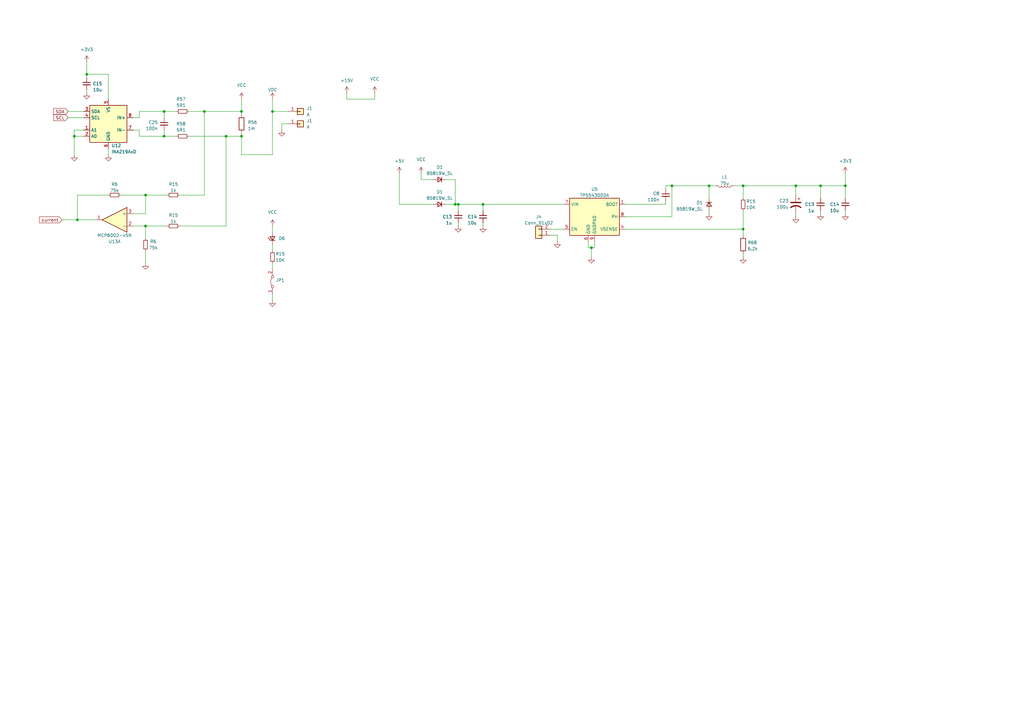
<source format=kicad_sch>
(kicad_sch (version 20230121) (generator eeschema)
  (paper "A3")
  (lib_symbols
    (symbol "Amplifier_Operational:MCP6002-xSN" (pin_names (offset 0.127))
      (property "Reference" "U" (at 0 5.08 0))
      (property "Value" "MCP6002-xSN" (at 0 -5.08 0))
      (symbol "MCP6002-xSN_1_1"
        (polyline (pts (xy -5.08 5.08) (xy 5.08 0) (xy -5.08 -5.08) (xy -5.08 5.08)) (stroke (width 0.254)) (fill (type background)))
        (pin output line (at 7.62 0 180) (length 2.54) (name "~") (number "1"))
        (pin input line (at -7.62 -2.54 0) (length 2.54) (name "-") (number "2"))
        (pin input line (at -7.62 2.54 0) (length 2.54) (name "+") (number "3"))
      )
      (symbol "MCP6002-xSN_2_1"
        (polyline (pts (xy -5.08 5.08) (xy 5.08 0) (xy -5.08 -5.08) (xy -5.08 5.08)) (stroke (width 0.254)) (fill (type background)))
        (pin input line (at -7.62 2.54 0) (length 2.54) (name "+") (number "5"))
        (pin input line (at -7.62 -2.54 0) (length 2.54) (name "-") (number "6"))
        (pin output line (at 7.62 0 180) (length 2.54) (name "~") (number "7"))
      )
      (symbol "MCP6002-xSN_3_1"
        (pin power_in line (at -2.54 -7.62 90) (length 3.81) (name "V-") (number "4"))
        (pin power_in line (at -2.54 7.62 270) (length 3.81) (name "V+") (number "8"))
      )
    )
    (symbol "Connector_Generic:Conn_01x01" (pin_names (offset 1.016) hide)
      (property "Reference" "J" (at 0 2.54 0))
      (property "Value" "Conn_01x01" (at 0 -2.54 0))
      (symbol "Conn_01x01_1_1"
        (rectangle (start -1.27 0.127) (end 0 -0.127) (stroke (width 0.1524)))
        (rectangle (start -1.27 1.27) (end 1.27 -1.27) (stroke (width 0.254)) (fill (type background)))
        (pin passive line (at -5.08 0 0) (length 3.81) (name "Pin_1") (number "1"))
      )
    )
    (symbol "Connector_Generic:Conn_01x02" (pin_names (offset 1.016) hide)
      (property "Reference" "J" (at 0 2.54 0))
      (property "Value" "Conn_01x02" (at 0 -5.08 0))
      (symbol "Conn_01x02_1_1"
        (rectangle (start -1.27 -2.413) (end 0 -2.667) (stroke (width 0.1524)))
        (rectangle (start -1.27 0.127) (end 0 -0.127) (stroke (width 0.1524)))
        (rectangle (start -1.27 1.27) (end 1.27 -3.81) (stroke (width 0.254)) (fill (type background)))
        (pin passive line (at -5.08 0 0) (length 3.81) (name "Pin_1") (number "1"))
        (pin passive line (at -5.08 -2.54 0) (length 3.81) (name "Pin_2") (number "2"))
      )
    )
    (symbol "Device:C_Polarized_US" (pin_numbers hide) (pin_names (offset 0.254) hide)
      (property "Reference" "C" (at 0.635 2.54 0))
      (property "Value" "C_Polarized_US" (at 0.635 -2.54 0))
      (symbol "C_Polarized_US_0_1"
        (polyline (pts (xy -2.032 0.762) (xy 2.032 0.762)) (stroke (width 0.508)))
        (polyline (pts (xy -1.778 2.286) (xy -0.762 2.286)))
        (polyline (pts (xy -1.27 1.778) (xy -1.27 2.794)))
        (arc (start 2.032 -1.27) (mid 0 -0.5572) (end -2.032 -1.27) (stroke (width 0.508)))
      )
      (symbol "C_Polarized_US_1_1"
        (pin passive line (at 0 3.81 270) (length 2.794) (name "~") (number "1"))
        (pin passive line (at 0 -3.81 90) (length 3.302) (name "~") (number "2"))
      )
    )
    (symbol "Device:C_Small" (pin_numbers hide) (pin_names (offset 0.254) hide)
      (property "Reference" "C" (at 0.254 1.778 0))
      (property "Value" "C_Small" (at 0.254 -2.032 0))
      (symbol "C_Small_0_1"
        (polyline (pts (xy -1.524 -0.508) (xy 1.524 -0.508)) (stroke (width 0.3302)))
        (polyline (pts (xy -1.524 0.508) (xy 1.524 0.508)) (stroke (width 0.3048)))
      )
      (symbol "C_Small_1_1"
        (pin passive line (at 0 2.54 270) (length 2.032) (name "~") (number "1"))
        (pin passive line (at 0 -2.54 90) (length 2.032) (name "~") (number "2"))
      )
    )
    (symbol "Device:D_Small" (pin_numbers hide) (pin_names (offset 0.254) hide)
      (property "Reference" "D" (at -1.27 2.032 0))
      (property "Value" "D_Small" (at -3.81 -2.032 0))
      (symbol "D_Small_0_1"
        (polyline (pts (xy -0.762 -1.016) (xy -0.762 1.016)) (stroke (width 0.254)))
        (polyline (pts (xy -0.762 0) (xy 0.762 0)))
        (polyline (pts (xy 0.762 -1.016) (xy -0.762 0) (xy 0.762 1.016) (xy 0.762 -1.016)) (stroke (width 0.254)))
      )
      (symbol "D_Small_1_1"
        (pin passive line (at -2.54 0 0) (length 1.778) (name "K") (number "1"))
        (pin passive line (at 2.54 0 180) (length 1.778) (name "A") (number "2"))
      )
    )
    (symbol "Device:L" (pin_numbers hide) (pin_names (offset 1.016) hide)
      (property "Reference" "L" (at -1.27 0 90))
      (property "Value" "L" (at 1.905 0 90))
      (symbol "L_0_1"
        (arc (start 0 -2.54) (mid 0.6323 -1.905) (end 0 -1.27))
        (arc (start 0 -1.27) (mid 0.6323 -0.635) (end 0 0))
        (arc (start 0 0) (mid 0.6323 0.635) (end 0 1.27))
        (arc (start 0 1.27) (mid 0.6323 1.905) (end 0 2.54))
      )
      (symbol "L_1_1"
        (pin passive line (at 0 3.81 270) (length 1.27) (name "1") (number "1"))
        (pin passive line (at 0 -3.81 90) (length 1.27) (name "2") (number "2"))
      )
    )
    (symbol "Device:LED_Small" (pin_numbers hide) (pin_names (offset 0.254) hide)
      (property "Reference" "D" (at -1.27 3.175 0))
      (property "Value" "LED_Small" (at -4.445 -2.54 0))
      (symbol "LED_Small_0_1"
        (polyline (pts (xy -0.762 -1.016) (xy -0.762 1.016)) (stroke (width 0.254)))
        (polyline (pts (xy 1.016 0) (xy -0.762 0)))
        (polyline (pts (xy 0.762 -1.016) (xy -0.762 0) (xy 0.762 1.016) (xy 0.762 -1.016)) (stroke (width 0.254)))
        (polyline (pts (xy 0 0.762) (xy -0.508 1.27) (xy -0.254 1.27) (xy -0.508 1.27) (xy -0.508 1.016)))
        (polyline (pts (xy 0.508 1.27) (xy 0 1.778) (xy 0.254 1.778) (xy 0 1.778) (xy 0 1.524)))
      )
      (symbol "LED_Small_1_1"
        (pin passive line (at -2.54 0 0) (length 1.778) (name "K") (number "1"))
        (pin passive line (at 2.54 0 180) (length 1.778) (name "A") (number "2"))
      )
    )
    (symbol "Device:R" (pin_numbers hide) (pin_names (offset 0))
      (property "Reference" "R" (at 2.032 0 90))
      (property "Value" "R" (at 0 0 90))
      (symbol "R_0_1"
        (rectangle (start -1.016 -2.54) (end 1.016 2.54) (stroke (width 0.254)))
      )
      (symbol "R_1_1"
        (pin passive line (at 0 3.81 270) (length 1.27) (name "~") (number "1"))
        (pin passive line (at 0 -3.81 90) (length 1.27) (name "~") (number "2"))
      )
    )
    (symbol "Device:R_Small" (pin_numbers hide) (pin_names (offset 0.254) hide)
      (property "Reference" "R" (at 0.762 0.508 0))
      (property "Value" "R_Small" (at 0.762 -1.016 0))
      (symbol "R_Small_0_1"
        (rectangle (start -0.762 1.778) (end 0.762 -1.778) (stroke (width 0.2032)))
      )
      (symbol "R_Small_1_1"
        (pin passive line (at 0 2.54 270) (length 0.762) (name "~") (number "1"))
        (pin passive line (at 0 -2.54 90) (length 0.762) (name "~") (number "2"))
      )
    )
    (symbol "Jumper:Jumper_2_Bridged" (pin_names (offset 0) hide)
      (property "Reference" "JP" (at 0 1.905 0))
      (property "Value" "Jumper_2_Bridged" (at 0 -2.54 0))
      (symbol "Jumper_2_Bridged_0_0"
        (circle (center -2.032 0) (radius 0.508))
        (circle (center 2.032 0) (radius 0.508))
      )
      (symbol "Jumper_2_Bridged_0_1"
        (arc (start 1.524 0.254) (mid 0 0.762) (end -1.524 0.254))
      )
      (symbol "Jumper_2_Bridged_1_1"
        (pin passive line (at -5.08 0 0) (length 2.54) (name "A") (number "1"))
        (pin passive line (at 5.08 0 180) (length 2.54) (name "B") (number "2"))
      )
    )
    (symbol "Regulator_Switching:TPS5430DDA"
      (property "Reference" "U" (at -10.16 8.89 0))
      (property "Value" "TPS5430DDA" (at -1.27 8.89 0))
      (symbol "TPS5430DDA_0_1"
        (rectangle (start -10.16 7.62) (end 10.16 -7.62) (stroke (width 0.254)) (fill (type background)))
      )
      (symbol "TPS5430DDA_1_1"
        (pin input line (at 12.7 5.08 180) (length 2.54) (name "BOOT") (number "1"))
        (pin no_connect line (at -10.16 2.54 0) (length 2.54) hide (name "NC") (number "2"))
        (pin no_connect line (at -10.16 -2.54 0) (length 2.54) hide (name "NC") (number "3"))
        (pin input line (at 12.7 -5.08 180) (length 2.54) (name "VSENSE") (number "4"))
        (pin input line (at -12.7 -5.08 0) (length 2.54) (name "EN") (number "5"))
        (pin power_in line (at -2.54 -10.16 90) (length 2.54) (name "GND") (number "6"))
        (pin power_in line (at -12.7 5.08 0) (length 2.54) (name "VIN") (number "7"))
        (pin output line (at 12.7 0 180) (length 2.54) (name "PH") (number "8"))
        (pin power_in line (at 0 -10.16 90) (length 2.54) (name "GNDPAD") (number "9"))
      )
    )
    (symbol "Sensor_Energy:INA219AxD"
      (property "Reference" "U" (at -6.35 8.89 0))
      (property "Value" "INA219AxD" (at 5.08 8.89 0))
      (symbol "INA219AxD_0_1"
        (rectangle (start -7.62 7.62) (end 7.62 -7.62) (stroke (width 0.254)) (fill (type background)))
      )
      (symbol "INA219AxD_1_1"
        (pin input line (at 10.16 -2.54 180) (length 2.54) (name "A1") (number "1"))
        (pin input line (at 10.16 -5.08 180) (length 2.54) (name "A0") (number "2"))
        (pin bidirectional line (at 10.16 5.08 180) (length 2.54) (name "SDA") (number "3"))
        (pin input line (at 10.16 2.54 180) (length 2.54) (name "SCL") (number "4"))
        (pin power_in line (at 0 10.16 270) (length 2.54) (name "VS") (number "5"))
        (pin power_in line (at 0 -10.16 90) (length 2.54) (name "GND") (number "6"))
        (pin input line (at -10.16 -2.54 0) (length 2.54) (name "IN-") (number "7"))
        (pin input line (at -10.16 2.54 0) (length 2.54) (name "IN+") (number "8"))
      )
    )
    (symbol "power:+15V" (power) (pin_names (offset 0))
      (property "Value" "+15V" (at 0 3.556 0))
      (symbol "+15V_0_1"
        (polyline (pts (xy -0.762 1.27) (xy 0 2.54)))
        (polyline (pts (xy 0 0) (xy 0 2.54)))
        (polyline (pts (xy 0 2.54) (xy 0.762 1.27)))
      )
      (symbol "+15V_1_1"
        (pin power_in line (at 0 0 90) (length 0) hide (name "+15V") (number "1"))
      )
    )
    (symbol "power:+3V3" (power) (pin_names (offset 0))
      (property "Value" "+3V3" (at 0 3.556 0))
      (symbol "+3V3_0_1"
        (polyline (pts (xy -0.762 1.27) (xy 0 2.54)))
        (polyline (pts (xy 0 0) (xy 0 2.54)))
        (polyline (pts (xy 0 2.54) (xy 0.762 1.27)))
      )
      (symbol "+3V3_1_1"
        (pin power_in line (at 0 0 90) (length 0) hide (name "+3V3") (number "1"))
      )
    )
    (symbol "power:+5V" (power) (pin_names (offset 0))
      (property "Value" "+5V" (at 0 3.556 0))
      (symbol "+5V_0_1"
        (polyline (pts (xy -0.762 1.27) (xy 0 2.54)))
        (polyline (pts (xy 0 0) (xy 0 2.54)))
        (polyline (pts (xy 0 2.54) (xy 0.762 1.27)))
      )
      (symbol "+5V_1_1"
        (pin power_in line (at 0 0 90) (length 0) hide (name "+5V") (number "1"))
      )
    )
    (symbol "power:GND" (power) (pin_names (offset 0))
      (property "Value" "GND" (at 0 -3.81 0))
      (symbol "GND_0_1"
        (polyline (pts (xy 0 0) (xy 0 -1.27) (xy 1.27 -1.27) (xy 0 -2.54) (xy -1.27 -1.27) (xy 0 -1.27)))
      )
      (symbol "GND_1_1"
        (pin power_in line (at 0 0 270) (length 0) hide (name "GND") (number "1"))
      )
    )
    (symbol "power:VCC" (power) (pin_names (offset 0))
      (property "Value" "VCC" (at 0 3.81 0))
      (symbol "VCC_0_1"
        (polyline (pts (xy -0.762 1.27) (xy 0 2.54)))
        (polyline (pts (xy 0 0) (xy 0 2.54)))
        (polyline (pts (xy 0 2.54) (xy 0.762 1.27)))
      )
      (symbol "VCC_1_1"
        (pin power_in line (at 0 0 90) (length 0) hide (name "VCC") (number "1"))
      )
    )
    (symbol "power:VDC" (power) (pin_names (offset 0))
      (property "Value" "VDC" (at 0 6.35 0))
      (symbol "VDC_0_1"
        (polyline (pts (xy -0.762 1.27) (xy 0 2.54)))
        (polyline (pts (xy 0 0) (xy 0 2.54)))
        (polyline (pts (xy 0 2.54) (xy 0.762 1.27)))
      )
      (symbol "VDC_1_1"
        (pin power_in line (at 0 0 90) (length 0) hide (name "VDC") (number "1"))
      )
    )
  )
  (junction (at 59.69 92.71))
  (junction (at 187.96 83.82))
  (junction (at 326.39 76.2))
  (junction (at 242.57 101.6))
  (junction (at 99.06 45.72))
  (junction (at 99.06 55.88))
  (junction (at 83.82 45.72))
  (junction (at 198.12 83.82))
  (junction (at 30.48 55.88))
  (junction (at 275.59 76.2))
  (junction (at 290.83 76.2))
  (junction (at 92.71 55.88))
  (junction (at 67.31 55.88))
  (junction (at 304.8 76.2))
  (junction (at 186.69 83.82))
  (junction (at 31.75 90.17))
  (junction (at 35.56 30.48))
  (junction (at 304.8 93.98))
  (junction (at 346.71 76.2))
  (junction (at 59.69 80.01))
  (junction (at 67.31 45.72))
  (junction (at 111.76 45.72))
  (junction (at 336.55 76.2))
  (wire (pts (xy 273.05 76.2) (xy 275.59 76.2)))
  (wire (pts (xy 57.15 53.34) (xy 57.15 55.88)))
  (wire (pts (xy 226.06 93.98) (xy 231.14 93.98)))
  (wire (pts (xy 290.83 86.36) (xy 290.83 87.63)))
  (wire (pts (xy 198.12 83.82) (xy 231.14 83.82)))
  (wire (pts (xy 198.12 91.44) (xy 198.12 92.71)))
  (wire (pts (xy 346.71 76.2) (xy 346.71 81.28)))
  (wire (pts (xy 172.72 71.12) (xy 172.72 73.66)))
  (wire (pts (xy 73.66 80.01) (xy 83.82 80.01)))
  (wire (pts (xy 44.45 30.48) (xy 35.56 30.48)))
  (wire (pts (xy 30.48 53.34) (xy 30.48 55.88)))
  (wire (pts (xy 67.31 55.88) (xy 72.39 55.88)))
  (wire (pts (xy 187.96 83.82) (xy 198.12 83.82)))
  (wire (pts (xy 111.76 120.65) (xy 111.76 123.19)))
  (wire (pts (xy 30.48 55.88) (xy 34.29 55.88)))
  (wire (pts (xy 111.76 45.72) (xy 118.11 45.72)))
  (wire (pts (xy 77.47 45.72) (xy 83.82 45.72)))
  (wire (pts (xy 44.45 60.96) (xy 44.45 63.5)))
  (wire (pts (xy 54.61 53.34) (xy 57.15 53.34)))
  (wire (pts (xy 304.8 76.2) (xy 326.39 76.2)))
  (wire (pts (xy 35.56 30.48) (xy 35.56 31.75)))
  (wire (pts (xy 111.76 45.72) (xy 111.76 40.64)))
  (wire (pts (xy 111.76 63.5) (xy 111.76 45.72)))
  (wire (pts (xy 67.31 53.34) (xy 67.31 55.88)))
  (wire (pts (xy 111.76 92.71) (xy 111.76 95.25)))
  (wire (pts (xy 326.39 80.01) (xy 326.39 76.2)))
  (wire (pts (xy 228.6 96.52) (xy 226.06 96.52)))
  (wire (pts (xy 163.83 83.82) (xy 177.8 83.82)))
  (wire (pts (xy 92.71 55.88) (xy 99.06 55.88)))
  (wire (pts (xy 57.15 48.26) (xy 57.15 45.72)))
  (wire (pts (xy 182.88 83.82) (xy 186.69 83.82)))
  (wire (pts (xy 275.59 76.2) (xy 275.59 88.9)))
  (wire (pts (xy 77.47 55.88) (xy 92.71 55.88)))
  (wire (pts (xy 67.31 45.72) (xy 67.31 48.26)))
  (wire (pts (xy 59.69 80.01) (xy 59.69 87.63)))
  (wire (pts (xy 304.8 76.2) (xy 304.8 81.28)))
  (wire (pts (xy 273.05 76.2) (xy 273.05 77.47)))
  (wire (pts (xy 35.56 25.4) (xy 35.56 30.48)))
  (wire (pts (xy 57.15 45.72) (xy 67.31 45.72)))
  (wire (pts (xy 304.8 93.98) (xy 304.8 96.52)))
  (wire (pts (xy 83.82 45.72) (xy 83.82 80.01)))
  (wire (pts (xy 92.71 92.71) (xy 92.71 55.88)))
  (wire (pts (xy 273.05 83.82) (xy 256.54 83.82)))
  (wire (pts (xy 153.67 38.1) (xy 153.67 40.64)))
  (wire (pts (xy 326.39 87.63) (xy 326.39 88.9)))
  (wire (pts (xy 346.71 86.36) (xy 346.71 87.63)))
  (wire (pts (xy 336.55 76.2) (xy 346.71 76.2)))
  (wire (pts (xy 300.99 76.2) (xy 304.8 76.2)))
  (wire (pts (xy 241.3 101.6) (xy 242.57 101.6)))
  (wire (pts (xy 111.76 100.33) (xy 111.76 102.87)))
  (wire (pts (xy 336.55 76.2) (xy 336.55 81.28)))
  (wire (pts (xy 59.69 92.71) (xy 59.69 97.79)))
  (wire (pts (xy 30.48 53.34) (xy 34.29 53.34)))
  (wire (pts (xy 111.76 107.95) (xy 111.76 110.49)))
  (wire (pts (xy 242.57 101.6) (xy 242.57 105.41)))
  (wire (pts (xy 99.06 63.5) (xy 111.76 63.5)))
  (wire (pts (xy 31.75 90.17) (xy 25.4 90.17)))
  (wire (pts (xy 182.88 73.66) (xy 186.69 73.66)))
  (wire (pts (xy 54.61 48.26) (xy 57.15 48.26)))
  (wire (pts (xy 30.48 55.88) (xy 30.48 63.5)))
  (wire (pts (xy 228.6 96.52) (xy 228.6 99.06)))
  (wire (pts (xy 186.69 83.82) (xy 187.96 83.82)))
  (wire (pts (xy 54.61 87.63) (xy 59.69 87.63)))
  (wire (pts (xy 115.57 50.8) (xy 118.11 50.8)))
  (wire (pts (xy 187.96 91.44) (xy 187.96 92.71)))
  (wire (pts (xy 172.72 73.66) (xy 177.8 73.66)))
  (wire (pts (xy 256.54 88.9) (xy 275.59 88.9)))
  (wire (pts (xy 99.06 40.64) (xy 99.06 45.72)))
  (wire (pts (xy 39.37 90.17) (xy 31.75 90.17)))
  (wire (pts (xy 57.15 55.88) (xy 67.31 55.88)))
  (wire (pts (xy 115.57 50.8) (xy 115.57 53.34)))
  (wire (pts (xy 67.31 45.72) (xy 72.39 45.72)))
  (wire (pts (xy 275.59 76.2) (xy 290.83 76.2)))
  (wire (pts (xy 304.8 86.36) (xy 304.8 93.98)))
  (wire (pts (xy 31.75 90.17) (xy 31.75 80.01)))
  (wire (pts (xy 326.39 76.2) (xy 336.55 76.2)))
  (wire (pts (xy 99.06 45.72) (xy 99.06 46.99)))
  (wire (pts (xy 290.83 81.28) (xy 290.83 76.2)))
  (wire (pts (xy 198.12 83.82) (xy 198.12 86.36)))
  (wire (pts (xy 142.24 38.1) (xy 142.24 40.64)))
  (wire (pts (xy 336.55 86.36) (xy 336.55 87.63)))
  (wire (pts (xy 99.06 54.61) (xy 99.06 55.88)))
  (wire (pts (xy 163.83 71.12) (xy 163.83 83.82)))
  (wire (pts (xy 99.06 55.88) (xy 99.06 63.5)))
  (wire (pts (xy 187.96 83.82) (xy 187.96 86.36)))
  (wire (pts (xy 243.84 101.6) (xy 242.57 101.6)))
  (wire (pts (xy 73.66 92.71) (xy 92.71 92.71)))
  (wire (pts (xy 83.82 45.72) (xy 99.06 45.72)))
  (wire (pts (xy 44.45 30.48) (xy 44.45 40.64)))
  (wire (pts (xy 304.8 104.14) (xy 304.8 105.41)))
  (wire (pts (xy 256.54 93.98) (xy 304.8 93.98)))
  (wire (pts (xy 241.3 99.06) (xy 241.3 101.6)))
  (wire (pts (xy 243.84 99.06) (xy 243.84 101.6)))
  (wire (pts (xy 59.69 92.71) (xy 68.58 92.71)))
  (wire (pts (xy 59.69 102.87) (xy 59.69 107.95)))
  (wire (pts (xy 27.94 48.26) (xy 34.29 48.26)))
  (wire (pts (xy 35.56 36.83) (xy 35.56 38.1)))
  (wire (pts (xy 27.94 45.72) (xy 34.29 45.72)))
  (wire (pts (xy 346.71 71.12) (xy 346.71 76.2)))
  (wire (pts (xy 186.69 73.66) (xy 186.69 83.82)))
  (wire (pts (xy 59.69 80.01) (xy 68.58 80.01)))
  (wire (pts (xy 31.75 80.01) (xy 44.45 80.01)))
  (wire (pts (xy 49.53 80.01) (xy 59.69 80.01)))
  (wire (pts (xy 54.61 92.71) (xy 59.69 92.71)))
  (wire (pts (xy 290.83 76.2) (xy 293.37 76.2)))
  (wire (pts (xy 273.05 82.55) (xy 273.05 83.82)))
  (wire (pts (xy 142.24 40.64) (xy 153.67 40.64)))
  (global_label "current" (shape input) (at 25.4 90.17 180) (property "Intersheetrefs" "${INTERSHEET_REFS}" (effects hide)))
  (global_label "SCL" (shape input) (at 27.94 48.26 180) (property "Intersheetrefs" "${INTERSHEET_REFS}" (effects hide)))
  (global_label "SDA" (shape input) (at 27.94 45.72 180) (property "Intersheetrefs" "${INTERSHEET_REFS}" (effects hide)))
  (symbol (lib_id "power:VCC") (at 99.06 40.64 0) (unit 1)
    (property "Reference" "#PWR01" (effects hide))
    (property "Value" "VCC" (at 99.06 34.925 0))
    (instances (project "ESP32_dual_ESC" (path "" (reference "#PWR01") (unit 1)) (path "" (reference "#PWR071") (unit 1)) (path "" (reference "#PWR089") (unit 1))) (project "RP2040_ESP32_dual_ESC" (path "" (reference "#PWR0113") (unit 1)) (path "" (reference "#PWR0105") (unit 1))))
  )
  (symbol (lib_id "Device:C_Small") (at 336.55 83.82 180) (unit 1)
    (property "Reference" "C13" (at 334.01 83.82 0) (effects (justify left)))
    (property "Value" "1u" (at 334.01 86.36 0) (effects (justify left)))
    (property "Footprint" "Capacitor_SMD:C_0402_1005Metric" (effects hide))
    (property "LCSC" "C52923" (effects hide))
    (instances (project "Ethernet_switch_4out" (path "" (reference "C13") (unit 1))) (project "cross_band_handy_walkie_talkie_ES8388" (path "" (reference "C5") (unit 1))) (project "ESP32_dual_ESC" (path "" (reference "C9") (unit 1)) (path "" (reference "C27") (unit 1))))
  )
  (symbol (lib_id "Device:C_Small") (at 198.12 88.9 0) (unit 1)
    (property "Reference" "C14" (at 191.77 88.9 0) (effects (justify left)))
    (property "Value" "10u" (at 191.77 91.44 0) (effects (justify left)))
    (property "Footprint" "Capacitor_SMD:C_0603_1608Metric" (effects hide))
    (property "LCSC" "C96446" (effects hide))
    (instances (project "Ethernet_switch_4out" (path "" (reference "C14") (unit 1))) (project "cross_band_handy_walkie_talkie_ES8388" (path "" (reference "C4") (unit 1))) (project "ESP32_dual_ESC" (path "" (reference "C10") (unit 1)) (path "" (reference "C26") (unit 1))))
  )
  (symbol (lib_id "power:GND") (at 326.39 88.9 0) (mirror y) (unit 1)
    (property "Reference" "#PWR04" (effects hide))
    (property "Value" "GND" (effects hide))
    (instances (project "ESP32_dual_ESC" (path "" (reference "#PWR04") (unit 1)) (path "" (reference "#PWR074") (unit 1)) (path "" (reference "#PWR021") (unit 1))) (project "RP2040_ESP32_dual_ESC" (path "" (reference "#PWR0112") (unit 1)) (path "" (reference "#PWR0104") (unit 1))))
  )
  (symbol (lib_id "Device:R_Small") (at 74.93 45.72 270) (unit 1)
    (property "Reference" "R57" (at 76.2 40.64 90) (effects (justify right)))
    (property "Value" "5R1" (at 76.2 43.18 90) (effects (justify right)))
    (property "Footprint" "Resistor_SMD:R_0603_1608Metric" (effects hide))
    (property "LCSC" "C25197" (effects hide))
    (instances (project "ESP32_dual_ESC" (path "" (reference "R57") (unit 1))) (project "BMS_project" (path "" (reference "R1") (unit 1)) (path "" (reference "R19") (unit 1)) (path "" (reference "R31") (unit 1)) (path "" (reference "R38") (unit 1)) (path "" (reference "R45") (unit 1))))
  )
  (symbol (lib_id "Device:D_Small") (at 180.34 73.66 180) (unit 1)
    (property "Reference" "D1" (at 180.34 68.58 0))
    (property "Value" "B5819W_SL" (at 180.34 71.12 0))
    (property "Footprint" "Diode_SMD:D_SOD-123" (effects hide))
    (property "LCSC" "C8598" (effects hide))
    (instances (project "ESP32_dual_ESC" (path "" (reference "D1") (unit 1)) (path "" (reference "D11") (unit 1)) (path "" (reference "D24") (unit 1))) (project "RP2040_ESP32_dual_ESC" (path "" (reference "D6") (unit 1)) (path "" (reference "D1") (unit 1))))
  )
  (symbol (lib_id "power:VCC") (at 111.76 92.71 0) (unit 1)
    (property "Reference" "#PWR01" (effects hide))
    (property "Value" "VCC" (at 111.76 86.995 0))
    (instances (project "ESP32_dual_ESC" (path "" (reference "#PWR01") (unit 1)) (path "" (reference "#PWR071") (unit 1)) (path "" (reference "#PWR0105") (unit 1))) (project "RP2040_ESP32_dual_ESC" (path "" (reference "#PWR0113") (unit 1)) (path "" (reference "#PWR0105") (unit 1))))
  )
  (symbol (lib_id "power:+3V3") (at 346.71 71.12 0) (mirror y) (unit 1)
    (property "Reference" "#PWR02" (effects hide))
    (property "Value" "+3V3" (at 346.71 66.04 0))
    (instances (project "Ethernet_switch_4out" (path "" (reference "#PWR02") (unit 1))) (project "cross_band_handy_walkie_talkie_ES8388" (path "" (reference "#PWR014") (unit 1))) (project "ESP32_dual_ESC" (path "" (reference "#PWR022") (unit 1)) (path "" (reference "#PWR050") (unit 1))))
  )
  (symbol (lib_id "Device:R") (at 99.06 50.8 0) (unit 1)
    (property "Reference" "R56" (at 101.6 50.165 0) (effects (justify left)))
    (property "Value" "1m" (at 101.6 52.705 0) (effects (justify left)))
    (property "Footprint" "Resistor_SMD:R_2512_6332Metric" (effects hide))
  )
  (symbol (lib_id "Connector_Generic:Conn_01x02") (at 220.98 96.52 180) (unit 1)
    (property "Reference" "J4" (at 220.98 88.9 0))
    (property "Value" "Conn_01x02" (at 220.98 91.44 0))
    (property "Footprint" "Connector_PinHeader_2.54mm:PinHeader_1x02_P2.54mm_Vertical" (effects hide))
  )
  (symbol (lib_id "power:GND") (at 290.83 87.63 0) (mirror y) (unit 1)
    (property "Reference" "#PWR04" (effects hide))
    (property "Value" "GND" (effects hide))
    (instances (project "ESP32_dual_ESC" (path "" (reference "#PWR04") (unit 1)) (path "" (reference "#PWR074") (unit 1)) (path "" (reference "#PWR020") (unit 1))) (project "RP2040_ESP32_dual_ESC" (path "" (reference "#PWR0112") (unit 1)) (path "" (reference "#PWR0104") (unit 1))))
  )
  (symbol (lib_id "power:+15V") (at 142.24 38.1 0) (unit 1)
    (property "Reference" "#PWR02" (effects hide))
    (property "Value" "+15V" (at 142.24 33.02 0))
    (instances (project "ESP32_dual_ESC" (path "" (reference "#PWR02") (unit 1)) (path "" (reference "#PWR0102") (unit 1))) (project "RP2040_ESP32_dual_ESC" (path "" (reference "#PWR044") (unit 1)) (path "" (reference "#PWR02") (unit 1))))
  )
  (symbol (lib_id "power:GND") (at 35.56 38.1 0) (mirror y) (unit 1)
    (property "Reference" "#PWR018" (effects hide))
    (property "Value" "GND" (effects hide))
    (instances (project "Ethernet_switch_4out" (path "" (reference "#PWR018") (unit 1))) (project "cross_band_handy_walkie_talkie_ES8388" (path "" (reference "#PWR016") (unit 1))) (project "ESP32_dual_ESC" (path "" (reference "#PWR026") (unit 1)) (path "" (reference "#PWR088") (unit 1))))
  )
  (symbol (lib_id "Device:C_Small") (at 35.56 34.29 0) (mirror y) (unit 1)
    (property "Reference" "C15" (at 41.91 34.29 0) (effects (justify left)))
    (property "Value" "10u" (at 41.91 36.83 0) (effects (justify left)))
    (property "Footprint" "Capacitor_SMD:C_0603_1608Metric" (effects hide))
    (property "LCSC" "C96446" (effects hide))
    (instances (project "Ethernet_switch_4out" (path "" (reference "C15") (unit 1))) (project "cross_band_handy_walkie_talkie_ES8388" (path "" (reference "C3") (unit 1))) (project "ESP32_dual_ESC" (path "" (reference "C11") (unit 1)) (path "" (reference "C18") (unit 1))))
  )
  (symbol (lib_id "power:VCC") (at 153.67 38.1 0) (unit 1)
    (property "Reference" "#PWR01" (effects hide))
    (property "Value" "VCC" (at 153.67 32.385 0))
    (instances (project "ESP32_dual_ESC" (path "" (reference "#PWR01") (unit 1)) (path "" (reference "#PWR071") (unit 1)) (path "" (reference "#PWR0103") (unit 1))) (project "RP2040_ESP32_dual_ESC" (path "" (reference "#PWR0113") (unit 1)) (path "" (reference "#PWR0105") (unit 1))))
  )
  (symbol (lib_id "power:GND") (at 346.71 87.63 0) (unit 1)
    (property "Reference" "#PWR017" (effects hide))
    (property "Value" "GND" (effects hide))
    (instances (project "Ethernet_switch_4out" (path "" (reference "#PWR017") (unit 1))) (project "cross_band_handy_walkie_talkie_ES8388" (path "" (reference "#PWR017") (unit 1))) (project "ESP32_dual_ESC" (path "" (reference "#PWR025") (unit 1)) (path "" (reference "#PWR049") (unit 1))))
  )
  (symbol (lib_id "Device:R_Small") (at 71.12 80.01 270) (mirror x) (unit 1)
    (property "Reference" "R15" (at 71.12 75.565 90))
    (property "Value" "1k" (at 71.12 78.105 90))
    (property "Footprint" "Resistor_SMD:R_0402_1005Metric" (effects hide))
    (property "LCSC" "C11702" (effects hide))
    (instances (project "ESP32_dual_ESC" (path "" (reference "R15") (unit 1)) (path "" (reference "R26") (unit 1)) (path "" (reference "R64") (unit 1))) (project "RP2040_ESP32_dual_ESC" (path "" (reference "R41") (unit 1)) (path "" (reference "R16") (unit 1))))
  )
  (symbol (lib_id "Device:C_Small") (at 187.96 88.9 180) (unit 1)
    (property "Reference" "C13" (at 185.42 88.9 0) (effects (justify left)))
    (property "Value" "1u" (at 185.42 91.44 0) (effects (justify left)))
    (property "Footprint" "Capacitor_SMD:C_0402_1005Metric" (effects hide))
    (property "LCSC" "C52923" (effects hide))
    (instances (project "Ethernet_switch_4out" (path "" (reference "C13") (unit 1))) (project "cross_band_handy_walkie_talkie_ES8388" (path "" (reference "C5") (unit 1))) (project "ESP32_dual_ESC" (path "" (reference "C9") (unit 1)) (path "" (reference "C24") (unit 1))))
  )
  (symbol (lib_id "power:GND") (at 44.45 63.5 0) (unit 1)
    (property "Reference" "#PWR06" (effects hide))
    (property "Value" "GND" (effects hide))
    (instances (project "ESP32_dual_ESC" (path "" (reference "#PWR06") (unit 1)) (path "" (reference "#PWR083") (unit 1)) (path "" (reference "#PWR083") (unit 1))) (project "RP2040_ESP32_dual_ESC" (path "" (reference "#PWR0109") (unit 1)) (path "" (reference "#PWR0101") (unit 1))))
  )
  (symbol (lib_id "power:GND") (at 111.76 123.19 0) (unit 1)
    (property "Reference" "#PWR080" (effects hide))
    (property "Value" "GND" (effects hide))
    (instances (project "Ethernet_switch_4out" (path "" (reference "#PWR080") (unit 1))) (project "cross_band_handy_walkie_talkie_ES8388" (path "" (reference "#PWR09") (unit 1))) (project "ESP32_dual_ESC" (path "" (reference "#PWR039") (unit 1)) (path "" (reference "#PWR0104") (unit 1))))
  )
  (symbol (lib_id "Device:R_Small") (at 71.12 92.71 270) (mirror x) (unit 1)
    (property "Reference" "R15" (at 71.12 88.265 90))
    (property "Value" "1k" (at 71.12 90.805 90))
    (property "Footprint" "Resistor_SMD:R_0402_1005Metric" (effects hide))
    (property "LCSC" "C11702" (effects hide))
    (instances (project "ESP32_dual_ESC" (path "" (reference "R15") (unit 1)) (path "" (reference "R26") (unit 1)) (path "" (reference "R66") (unit 1))) (project "RP2040_ESP32_dual_ESC" (path "" (reference "R41") (unit 1)) (path "" (reference "R16") (unit 1))))
  )
  (symbol (lib_id "Device:C_Small") (at 67.31 50.8 0) (mirror y) (unit 1)
    (property "Reference" "C25" (at 64.77 50.1713 0) (effects (justify left)))
    (property "Value" "100n" (at 64.77 52.7113 0) (effects (justify left)))
    (property "Footprint" "Capacitor_SMD:C_0603_1608Metric" (effects hide))
    (property "LCSC" "C14663" (effects hide))
    (instances (project "ESP32_dual_ESC" (path "" (reference "C25") (unit 1))) (project "BMS_project" (path "" (reference "C16") (unit 1)) (path "" (reference "C28") (unit 1)) (path "" (reference "C36") (unit 1)) (path "" (reference "C44") (unit 1))))
  )
  (symbol (lib_id "power:GND") (at 198.12 92.71 0) (unit 1)
    (property "Reference" "#PWR017" (effects hide))
    (property "Value" "GND" (effects hide))
    (instances (project "Ethernet_switch_4out" (path "" (reference "#PWR017") (unit 1))) (project "cross_band_handy_walkie_talkie_ES8388" (path "" (reference "#PWR017") (unit 1))) (project "ESP32_dual_ESC" (path "" (reference "#PWR025") (unit 1)) (path "" (reference "#PWR044") (unit 1))))
  )
  (symbol (lib_id "power:+5V") (at 163.83 71.12 0) (unit 1)
    (property "Reference" "#PWR048" (effects hide))
    (property "Value" "+5V" (at 163.83 66.04 0))
    (instances (project "Ethernet_switch_4out" (path "" (reference "#PWR048") (unit 1))) (project "cross_band_handy_walkie_talkie_ES8388" (path "" (reference "#PWR034") (unit 1))) (project "ESP32_dual_ESC" (path "" (reference "#PWR030") (unit 1)) (path "" (reference "#PWR043") (unit 1))))
  )
  (symbol (lib_id "power:+3V3") (at 35.56 25.4 0) (unit 1)
    (property "Reference" "#PWR02" (effects hide))
    (property "Value" "+3V3" (at 35.56 20.32 0))
    (instances (project "Ethernet_switch_4out" (path "" (reference "#PWR02") (unit 1))) (project "cross_band_handy_walkie_talkie_ES8388" (path "" (reference "#PWR014") (unit 1))) (project "ESP32_dual_ESC" (path "" (reference "#PWR022") (unit 1)) (path "" (reference "#PWR085") (unit 1))))
  )
  (symbol (lib_id "Device:R_Small") (at 74.93 55.88 270) (unit 1)
    (property "Reference" "R58" (at 76.2 50.8 90) (effects (justify right)))
    (property "Value" "5R1" (at 76.2 53.34 90) (effects (justify right)))
    (property "Footprint" "Resistor_SMD:R_0603_1608Metric" (effects hide))
    (property "LCSC" "C25197" (effects hide))
    (instances (project "ESP32_dual_ESC" (path "" (reference "R58") (unit 1))) (project "BMS_project" (path "" (reference "R1") (unit 1)) (path "" (reference "R21") (unit 1)) (path "" (reference "R33") (unit 1)) (path "" (reference "R40") (unit 1)) (path "" (reference "R47") (unit 1))))
  )
  (symbol (lib_id "Amplifier_Operational:MCP6002-xSN") (at 46.99 90.17 0) (mirror y) (unit 1)
    (property "Reference" "U13" (at 46.99 99.06 0))
    (property "Value" "MCP6002-xSN" (at 46.99 96.52 0))
    (property "Footprint" "Package_SO:SOIC-8_3.9x4.9mm_P1.27mm" (effects hide))
    (property "Datasheet" "http://ww1.microchip.com/downloads/en/DeviceDoc/21733j.pdf" (effects hide))
    (property "LCSC" "C7377" (effects hide))
  )
  (symbol (lib_id "power:GND") (at 59.69 107.95 0) (mirror y) (unit 1)
    (property "Reference" "#PWR04" (effects hide))
    (property "Value" "GND" (effects hide))
    (instances (project "ESP32_dual_ESC" (path "" (reference "#PWR04") (unit 1)) (path "" (reference "#PWR074") (unit 1)) (path "" (reference "#PWR0101") (unit 1))) (project "RP2040_ESP32_dual_ESC" (path "" (reference "#PWR0112") (unit 1)) (path "" (reference "#PWR0104") (unit 1))))
  )
  (symbol (lib_id "power:GND") (at 187.96 92.71 0) (unit 1)
    (property "Reference" "#PWR016" (effects hide))
    (property "Value" "GND" (effects hide))
    (instances (project "Ethernet_switch_4out" (path "" (reference "#PWR016") (unit 1))) (project "cross_band_handy_walkie_talkie_ES8388" (path "" (reference "#PWR018") (unit 1))) (project "ESP32_dual_ESC" (path "" (reference "#PWR024") (unit 1)) (path "" (reference "#PWR018") (unit 1))))
  )
  (symbol (lib_id "power:VDC") (at 111.76 40.64 0) (unit 1)
    (property "Reference" "#PWR090" (effects hide))
    (property "Value" "VDC" (at 111.76 36.83 0))
  )
  (symbol (lib_id "Device:D_Small") (at 180.34 83.82 180) (unit 1)
    (property "Reference" "D1" (at 180.34 78.74 0))
    (property "Value" "B5819W_SL" (at 180.34 81.28 0))
    (property "Footprint" "Diode_SMD:D_SOD-123" (effects hide))
    (property "LCSC" "C8598" (effects hide))
    (instances (project "ESP32_dual_ESC" (path "" (reference "D1") (unit 1)) (path "" (reference "D11") (unit 1)) (path "" (reference "D22") (unit 1))) (project "RP2040_ESP32_dual_ESC" (path "" (reference "D6") (unit 1)) (path "" (reference "D1") (unit 1))))
  )
  (symbol (lib_id "Device:C_Small") (at 273.05 80.01 0) (mirror y) (unit 1)
    (property "Reference" "C8" (at 270.51 79.3813 0) (effects (justify left)))
    (property "Value" "100n" (at 270.51 81.9213 0) (effects (justify left)))
    (property "Footprint" "Capacitor_SMD:C_0603_1608Metric" (effects hide))
    (property "LCSC" "C14663" (effects hide))
    (instances (project "ESP32_dual_ESC" (path "" (reference "C8") (unit 1))) (project "BMS_project" (path "" (reference "C16") (unit 1)) (path "" (reference "C28") (unit 1)) (path "" (reference "C36") (unit 1)) (path "" (reference "C44") (unit 1))))
  )
  (symbol (lib_id "Device:R_Small") (at 111.76 105.41 0) (mirror x) (unit 1)
    (property "Reference" "R15" (at 114.935 104.14 0))
    (property "Value" "10K" (at 114.935 106.68 0))
    (property "Footprint" "Resistor_SMD:R_0603_1608Metric" (effects hide))
    (property "LCSC" "C25804" (effects hide))
    (instances (project "ESP32_dual_ESC" (path "" (reference "R15") (unit 1)) (path "" (reference "R53") (unit 1)) (path "" (reference "R69") (unit 1))) (project "RP2040_ESP32_dual_ESC" (path "" (reference "R41") (unit 1)) (path "" (reference "R16") (unit 1))))
  )
  (symbol (lib_id "power:GND") (at 242.57 105.41 0) (mirror y) (unit 1)
    (property "Reference" "#PWR04" (effects hide))
    (property "Value" "GND" (effects hide))
    (instances (project "ESP32_dual_ESC" (path "" (reference "#PWR04") (unit 1)) (path "" (reference "#PWR074") (unit 1)) (path "" (reference "#PWR019") (unit 1))) (project "RP2040_ESP32_dual_ESC" (path "" (reference "#PWR0112") (unit 1)) (path "" (reference "#PWR0104") (unit 1))))
  )
  (symbol (lib_id "Device:R_Small") (at 46.99 80.01 270) (mirror x) (unit 1)
    (property "Reference" "R6" (at 46.99 75.565 90))
    (property "Value" "75k" (at 46.99 78.105 90))
    (property "Footprint" "Resistor_SMD:R_0402_1005Metric" (effects hide))
    (property "LCSC" "C25798" (effects hide))
    (instances (project "ESP32_dual_ESC" (path "" (reference "R6") (unit 1)) (path "" (reference "R44") (unit 1)) (path "" (reference "R65") (unit 1))) (project "RP2040_ESP32_dual_ESC" (path "" (reference "R24") (unit 1)) (path "" (reference "R7") (unit 1))))
  )
  (symbol (lib_id "Jumper:Jumper_2_Bridged") (at 111.76 115.57 90) (unit 1) (in_bom no)
    (property "Reference" "JP1" (at 113.03 114.935 90) (effects (justify right)))
    (property "Value" "Jumper_2_Bridged" (effects hide))
    (property "Footprint" "Jumper:SolderJumper-2_P1.3mm_Bridged_RoundedPad1.0x1.5mm" (effects hide))
    (instances (project "Ethernet_switch_4out" (path "" (reference "JP1") (unit 1))) (project "ESP32_dual_ESC" (path "" (reference "JP1") (unit 1)) (path "" (reference "JP2") (unit 1))))
  )
  (symbol (lib_id "Connector_Generic:Conn_01x01") (at 123.19 45.72 0) (unit 1) (in_bom no)
    (property "Reference" "J1" (at 125.73 44.4499 0) (effects (justify left)))
    (property "Value" "A" (at 125.73 46.9899 0) (effects (justify left)))
    (property "Footprint" "MountingHole:MountingHole_2.5mm_Pad_TopBottom" (effects hide))
    (instances (project "ESP32_dual_ESC" (path "" (reference "J1") (unit 1)) (path "" (reference "J15") (unit 1))) (project "RP2040_ESP32_dual_ESC" (path "" (reference "J4") (unit 1)) (path "" (reference "J1") (unit 1))))
  )
  (symbol (lib_id "power:VCC") (at 172.72 71.12 0) (unit 1)
    (property "Reference" "#PWR01" (effects hide))
    (property "Value" "VCC" (at 172.72 65.405 0))
    (instances (project "ESP32_dual_ESC" (path "" (reference "#PWR01") (unit 1)) (path "" (reference "#PWR071") (unit 1)) (path "" (reference "#PWR042") (unit 1))) (project "RP2040_ESP32_dual_ESC" (path "" (reference "#PWR0113") (unit 1)) (path "" (reference "#PWR0105") (unit 1))))
  )
  (symbol (lib_id "Device:L") (at 297.18 76.2 270) (unit 1)
    (property "Reference" "L1" (at 297.18 72.6272 90))
    (property "Value" "75u" (at 297.18 75.1641 90))
    (property "Footprint" "Inductor_SMD:L_Changjiang_FNR8040S" (effects hide))
  )
  (symbol (lib_id "power:GND") (at 304.8 105.41 0) (mirror y) (unit 1)
    (property "Reference" "#PWR04" (effects hide))
    (property "Value" "GND" (effects hide))
    (instances (project "ESP32_dual_ESC" (path "" (reference "#PWR04") (unit 1)) (path "" (reference "#PWR074") (unit 1)) (path "" (reference "#PWR040") (unit 1))) (project "RP2040_ESP32_dual_ESC" (path "" (reference "#PWR0112") (unit 1)) (path "" (reference "#PWR0104") (unit 1))))
  )
  (symbol (lib_id "Device:C_Small") (at 346.71 83.82 0) (unit 1)
    (property "Reference" "C14" (at 340.36 83.82 0) (effects (justify left)))
    (property "Value" "10u" (at 340.36 86.36 0) (effects (justify left)))
    (property "Footprint" "Capacitor_SMD:C_0603_1608Metric" (effects hide))
    (property "LCSC" "C96446" (effects hide))
    (instances (project "Ethernet_switch_4out" (path "" (reference "C14") (unit 1))) (project "cross_band_handy_walkie_talkie_ES8388" (path "" (reference "C4") (unit 1))) (project "ESP32_dual_ESC" (path "" (reference "C10") (unit 1)) (path "" (reference "C28") (unit 1))))
  )
  (symbol (lib_id "power:GND") (at 228.6 99.06 0) (mirror y) (unit 1)
    (property "Reference" "#PWR04" (effects hide))
    (property "Value" "GND" (effects hide))
    (instances (project "ESP32_dual_ESC" (path "" (reference "#PWR04") (unit 1)) (path "" (reference "#PWR074") (unit 1)) (path "" (reference "#PWR051") (unit 1))) (project "RP2040_ESP32_dual_ESC" (path "" (reference "#PWR0112") (unit 1)) (path "" (reference "#PWR0104") (unit 1))))
  )
  (symbol (lib_id "Device:D_Small") (at 290.83 83.82 90) (mirror x) (unit 1)
    (property "Reference" "D1" (at 288.29 83.185 90) (effects (justify left)))
    (property "Value" "B5819W_SL" (at 288.29 85.725 90) (effects (justify left)))
    (property "Footprint" "Diode_SMD:D_SOD-123" (effects hide))
    (property "LCSC" "C8598" (effects hide))
    (instances (project "ESP32_dual_ESC" (path "" (reference "D1") (unit 1)) (path "" (reference "D11") (unit 1)) (path "" (reference "D23") (unit 1))) (project "RP2040_ESP32_dual_ESC" (path "" (reference "D6") (unit 1)) (path "" (reference "D1") (unit 1))))
  )
  (symbol (lib_id "Device:R_Small") (at 59.69 100.33 0) (mirror x) (unit 1)
    (property "Reference" "R6" (at 62.865 99.06 0))
    (property "Value" "75k" (at 62.865 101.6 0))
    (property "Footprint" "Resistor_SMD:R_0402_1005Metric" (effects hide))
    (property "LCSC" "C25798" (effects hide))
    (instances (project "ESP32_dual_ESC" (path "" (reference "R6") (unit 1)) (path "" (reference "R44") (unit 1)) (path "" (reference "R67") (unit 1))) (project "RP2040_ESP32_dual_ESC" (path "" (reference "R24") (unit 1)) (path "" (reference "R7") (unit 1))))
  )
  (symbol (lib_id "Connector_Generic:Conn_01x01") (at 123.19 50.8 0) (unit 1) (in_bom no)
    (property "Reference" "J1" (at 125.73 49.5299 0) (effects (justify left)))
    (property "Value" "A" (at 125.73 52.0699 0) (effects (justify left)))
    (property "Footprint" "MountingHole:MountingHole_2.5mm_Pad_TopBottom" (effects hide))
    (instances (project "ESP32_dual_ESC" (path "" (reference "J1") (unit 1)) (path "" (reference "J14") (unit 1))) (project "RP2040_ESP32_dual_ESC" (path "" (reference "J4") (unit 1)) (path "" (reference "J1") (unit 1))))
  )
  (symbol (lib_id "power:GND") (at 115.57 53.34 0) (unit 1)
    (property "Reference" "#PWR06" (effects hide))
    (property "Value" "GND" (effects hide))
    (instances (project "ESP32_dual_ESC" (path "" (reference "#PWR06") (unit 1)) (path "" (reference "#PWR083") (unit 1)) (path "" (reference "#PWR065") (unit 1))) (project "RP2040_ESP32_dual_ESC" (path "" (reference "#PWR0109") (unit 1)) (path "" (reference "#PWR0101") (unit 1))))
  )
  (symbol (lib_id "Device:C_Polarized_US") (at 326.39 83.82 0) (mirror y) (unit 1)
    (property "Reference" "C23" (at 323.469 82.3503 0) (effects (justify left)))
    (property "Value" "100u" (at 323.469 84.8872 0) (effects (justify left)))
    (property "Footprint" "Capacitor_SMD:CP_Elec_6.3x5.4" (effects hide))
    (property "LCSC" "C4747963" (effects hide))
  )
  (symbol (lib_id "Sensor_Energy:INA219AxD") (at 44.45 50.8 0) (mirror y) (unit 1)
    (property "Reference" "U12" (at 45.72 59.69 0) (effects (justify right)))
    (property "Value" "INA219AxD" (at 45.72 62.23 0) (effects (justify right)))
    (property "Footprint" "Package_SO:SOIC-8_3.9x4.9mm_P1.27mm" (effects hide))
    (property "Datasheet" "http://www.ti.com/lit/ds/symlink/ina219.pdf" (effects hide))
  )
  (symbol (lib_id "Device:R") (at 304.8 100.33 0) (unit 1)
    (property "Reference" "R68" (at 306.578 99.4953 0) (effects (justify left)))
    (property "Value" "6.2k" (at 306.578 102.0322 0) (effects (justify left)))
    (property "Footprint" "Resistor_SMD:R_0603_1608Metric" (effects hide))
    (property "Datasheet" "C4260" (effects hide))
    (property "LCSC" "C4260" (effects hide))
  )
  (symbol (lib_id "Regulator_Switching:TPS5430DDA") (at 243.84 88.9 0) (unit 1)
    (property "Reference" "U5" (at 243.84 77.5802 0))
    (property "Value" "TPS5430DDA" (at 243.84 80.1171 0))
    (property "Footprint" "Package_SO:TI_SO-PowerPAD-8_ThermalVias" (effects hide))
    (property "Datasheet" "http://www.ti.com/lit/ds/symlink/tps5430.pdf" (effects hide))
    (property "LCSC" "C9864" (effects hide))
  )
  (symbol (lib_id "Device:LED_Small") (at 111.76 97.79 90) (unit 1)
    (property "Reference" "D6" (at 115.57 97.79 90))
    (property "Value" "green" (effects hide))
    (property "Footprint" "LED_SMD:LED_0805_2012Metric" (effects hide))
    (property "LCSC" "C2297" (effects hide))
    (instances (project "Ethernet_switch_4out" (path "" (reference "D6") (unit 1))) (project "cross_band_handy_walkie_talkie_ES8388" (path "" (reference "D2") (unit 1))) (project "ESP32_dual_ESC" (path "" (reference "D4") (unit 1)) (path "" (reference "D25") (unit 1))))
  )
  (symbol (lib_id "power:GND") (at 30.48 63.5 0) (unit 1)
    (property "Reference" "#PWR06" (effects hide))
    (property "Value" "GND" (effects hide))
    (instances (project "ESP32_dual_ESC" (path "" (reference "#PWR06") (unit 1)) (path "" (reference "#PWR083") (unit 1)) (path "" (reference "#PWR041") (unit 1))) (project "RP2040_ESP32_dual_ESC" (path "" (reference "#PWR0109") (unit 1)) (path "" (reference "#PWR0101") (unit 1))))
  )
  (symbol (lib_id "Device:R_Small") (at 304.8 83.82 0) (mirror x) (unit 1)
    (property "Reference" "R15" (at 307.975 82.55 0))
    (property "Value" "10K" (at 307.975 85.09 0))
    (property "Footprint" "Resistor_SMD:R_0603_1608Metric" (effects hide))
    (property "LCSC" "C25804" (effects hide))
    (instances (project "ESP32_dual_ESC" (path "" (reference "R15") (unit 1)) (path "" (reference "R53") (unit 1)) (path "" (reference "R27") (unit 1))) (project "RP2040_ESP32_dual_ESC" (path "" (reference "R41") (unit 1)) (path "" (reference "R16") (unit 1))))
  )
  (symbol (lib_id "power:GND") (at 336.55 87.63 0) (unit 1)
    (property "Reference" "#PWR016" (effects hide))
    (property "Value" "GND" (effects hide))
    (instances (project "Ethernet_switch_4out" (path "" (reference "#PWR016") (unit 1))) (project "cross_band_handy_walkie_talkie_ES8388" (path "" (reference "#PWR018") (unit 1))) (project "ESP32_dual_ESC" (path "" (reference "#PWR024") (unit 1)) (path "" (reference "#PWR045") (unit 1))))
  )
)
</source>
